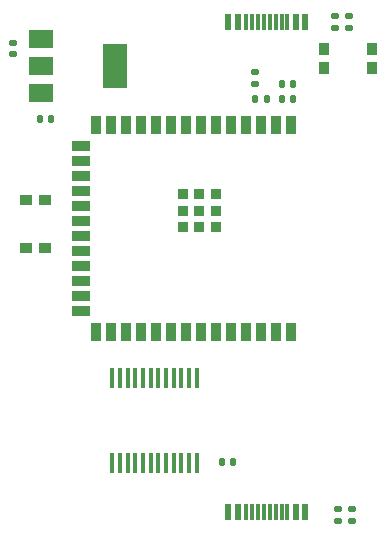
<source format=gbr>
%TF.GenerationSoftware,KiCad,Pcbnew,(6.0.0-0)*%
%TF.CreationDate,2022-12-18T13:40:02+01:00*%
%TF.ProjectId,ProtoBoardSE,50726f74-6f42-46f6-9172-6453452e6b69,rev?*%
%TF.SameCoordinates,Original*%
%TF.FileFunction,Paste,Top*%
%TF.FilePolarity,Positive*%
%FSLAX46Y46*%
G04 Gerber Fmt 4.6, Leading zero omitted, Abs format (unit mm)*
G04 Created by KiCad (PCBNEW (6.0.0-0)) date 2022-12-18 13:40:02*
%MOMM*%
%LPD*%
G01*
G04 APERTURE LIST*
G04 Aperture macros list*
%AMRoundRect*
0 Rectangle with rounded corners*
0 $1 Rounding radius*
0 $2 $3 $4 $5 $6 $7 $8 $9 X,Y pos of 4 corners*
0 Add a 4 corners polygon primitive as box body*
4,1,4,$2,$3,$4,$5,$6,$7,$8,$9,$2,$3,0*
0 Add four circle primitives for the rounded corners*
1,1,$1+$1,$2,$3*
1,1,$1+$1,$4,$5*
1,1,$1+$1,$6,$7*
1,1,$1+$1,$8,$9*
0 Add four rect primitives between the rounded corners*
20,1,$1+$1,$2,$3,$4,$5,0*
20,1,$1+$1,$4,$5,$6,$7,0*
20,1,$1+$1,$6,$7,$8,$9,0*
20,1,$1+$1,$8,$9,$2,$3,0*%
G04 Aperture macros list end*
%ADD10RoundRect,0.140000X-0.140000X-0.170000X0.140000X-0.170000X0.140000X0.170000X-0.140000X0.170000X0*%
%ADD11RoundRect,0.140000X-0.170000X0.140000X-0.170000X-0.140000X0.170000X-0.140000X0.170000X0.140000X0*%
%ADD12R,2.000000X1.500000*%
%ADD13R,2.000000X3.800000*%
%ADD14R,0.600000X1.450000*%
%ADD15R,0.300000X1.450000*%
%ADD16R,1.000000X0.900000*%
%ADD17R,0.450000X1.750000*%
%ADD18RoundRect,0.135000X-0.185000X0.135000X-0.185000X-0.135000X0.185000X-0.135000X0.185000X0.135000X0*%
%ADD19RoundRect,0.135000X0.135000X0.185000X-0.135000X0.185000X-0.135000X-0.185000X0.135000X-0.185000X0*%
%ADD20R,0.900000X1.000000*%
%ADD21RoundRect,0.135000X0.185000X-0.135000X0.185000X0.135000X-0.185000X0.135000X-0.185000X-0.135000X0*%
%ADD22R,0.900000X1.500000*%
%ADD23R,1.500000X0.900000*%
%ADD24R,0.900000X0.900000*%
%ADD25RoundRect,0.140000X0.170000X-0.140000X0.170000X0.140000X-0.170000X0.140000X-0.170000X-0.140000X0*%
G04 APERTURE END LIST*
D10*
%TO.C,C3*%
X199520000Y-43750000D03*
X200480000Y-43750000D03*
%TD*%
D11*
%TO.C,C1*%
X197250000Y-41520000D03*
X197250000Y-42480000D03*
%TD*%
D12*
%TO.C,U4*%
X179100000Y-38700000D03*
X179100000Y-41000000D03*
D13*
X185400000Y-41000000D03*
D12*
X179100000Y-43300000D03*
%TD*%
D14*
%TO.C,J1*%
X195000000Y-78767500D03*
X195800000Y-78767500D03*
D15*
X197000000Y-78767500D03*
X198000000Y-78767500D03*
X198500000Y-78767500D03*
X199500000Y-78767500D03*
D14*
X201500000Y-78767500D03*
X200700000Y-78767500D03*
D15*
X200000000Y-78767500D03*
X199000000Y-78767500D03*
X197500000Y-78767500D03*
X196500000Y-78767500D03*
%TD*%
D16*
%TO.C,SW1*%
X177889000Y-52306000D03*
X177889000Y-56406000D03*
X179489000Y-52306000D03*
X179489000Y-56406000D03*
%TD*%
D17*
%TO.C,U2*%
X192325000Y-67400000D03*
X191675000Y-67400000D03*
X191025000Y-67400000D03*
X190375000Y-67400000D03*
X189725000Y-67400000D03*
X189075000Y-67400000D03*
X188425000Y-67400000D03*
X187775000Y-67400000D03*
X187125000Y-67400000D03*
X186475000Y-67400000D03*
X185825000Y-67400000D03*
X185175000Y-67400000D03*
X185175000Y-74600000D03*
X185825000Y-74600000D03*
X186475000Y-74600000D03*
X187125000Y-74600000D03*
X187775000Y-74600000D03*
X188425000Y-74600000D03*
X189075000Y-74600000D03*
X189725000Y-74600000D03*
X190375000Y-74600000D03*
X191025000Y-74600000D03*
X191675000Y-74600000D03*
X192325000Y-74600000D03*
%TD*%
D18*
%TO.C,R1*%
X205500000Y-78490000D03*
X205500000Y-79510000D03*
%TD*%
D19*
%TO.C,R2*%
X198260000Y-43750000D03*
X197240000Y-43750000D03*
%TD*%
D10*
%TO.C,C4*%
X179020000Y-45500000D03*
X179980000Y-45500000D03*
%TD*%
D20*
%TO.C,SW2*%
X203055000Y-39586000D03*
X207155000Y-39586000D03*
X207155000Y-41186000D03*
X203055000Y-41186000D03*
%TD*%
D14*
%TO.C,J2*%
X201500000Y-37232500D03*
X200700000Y-37232500D03*
D15*
X199500000Y-37232500D03*
X198500000Y-37232500D03*
X198000000Y-37232500D03*
X197000000Y-37232500D03*
D14*
X195000000Y-37232500D03*
X195800000Y-37232500D03*
D15*
X196500000Y-37232500D03*
X197500000Y-37232500D03*
X199000000Y-37232500D03*
X200000000Y-37232500D03*
%TD*%
D18*
%TO.C,R5*%
X205250000Y-36740000D03*
X205250000Y-37760000D03*
%TD*%
D21*
%TO.C,R4*%
X204000000Y-37760000D03*
X204000000Y-36740000D03*
%TD*%
D22*
%TO.C,U1*%
X200260000Y-46000000D03*
X198990000Y-46000000D03*
X197720000Y-46000000D03*
X196450000Y-46000000D03*
X195180000Y-46000000D03*
X193910000Y-46000000D03*
X192640000Y-46000000D03*
X191370000Y-46000000D03*
X190100000Y-46000000D03*
X188830000Y-46000000D03*
X187560000Y-46000000D03*
X186290000Y-46000000D03*
X185020000Y-46000000D03*
X183750000Y-46000000D03*
D23*
X182500000Y-47765000D03*
X182500000Y-49035000D03*
X182500000Y-50305000D03*
X182500000Y-51575000D03*
X182500000Y-52845000D03*
X182500000Y-54115000D03*
X182500000Y-55385000D03*
X182500000Y-56655000D03*
X182500000Y-57925000D03*
X182500000Y-59195000D03*
X182500000Y-60465000D03*
X182500000Y-61735000D03*
D22*
X183750000Y-63500000D03*
X185020000Y-63500000D03*
X186290000Y-63500000D03*
X187560000Y-63500000D03*
X188830000Y-63500000D03*
X190100000Y-63500000D03*
X191370000Y-63500000D03*
X192640000Y-63500000D03*
X193910000Y-63500000D03*
X195180000Y-63500000D03*
X196450000Y-63500000D03*
X197720000Y-63500000D03*
X198990000Y-63500000D03*
X200260000Y-63500000D03*
D24*
X192540000Y-51850000D03*
X193940000Y-53250000D03*
X192540000Y-53250000D03*
X191140000Y-51850000D03*
X193940000Y-54650000D03*
X191140000Y-54650000D03*
X191140000Y-53250000D03*
X192540000Y-54650000D03*
X193940000Y-51850000D03*
%TD*%
D21*
%TO.C,R3*%
X204250000Y-79510000D03*
X204250000Y-78490000D03*
%TD*%
D10*
%TO.C,C6*%
X194465000Y-74549000D03*
X195425000Y-74549000D03*
%TD*%
%TO.C,C2*%
X199520000Y-42500000D03*
X200480000Y-42500000D03*
%TD*%
D25*
%TO.C,C5*%
X176750000Y-39980000D03*
X176750000Y-39020000D03*
%TD*%
M02*

</source>
